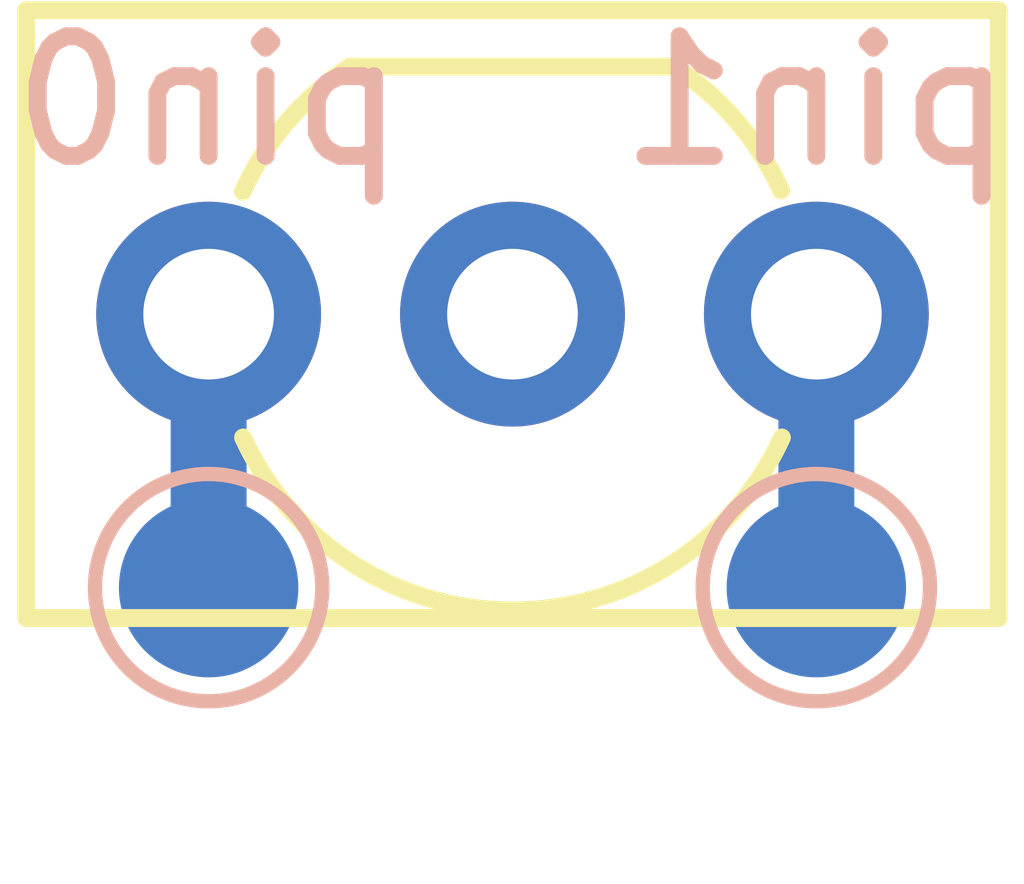
<source format=kicad_pcb>
(kicad_pcb (version 20171130) (host pcbnew "(5.1.9-0-10_14)")

  (general
    (thickness 1.6)
    (drawings 2)
    (tracks 2)
    (zones 0)
    (modules 3)
    (nets 4)
  )

  (page A4)
  (layers
    (0 F.Cu signal)
    (31 B.Cu signal)
    (32 B.Adhes user)
    (33 F.Adhes user)
    (34 B.Paste user)
    (35 F.Paste user)
    (36 B.SilkS user)
    (37 F.SilkS user)
    (38 B.Mask user)
    (39 F.Mask user)
    (40 Dwgs.User user)
    (41 Cmts.User user)
    (42 Eco1.User user)
    (43 Eco2.User user)
    (44 Edge.Cuts user)
    (45 Margin user)
    (46 B.CrtYd user hide)
    (47 F.CrtYd user hide)
    (48 B.Fab user hide)
    (49 F.Fab user hide)
  )

  (setup
    (last_trace_width 0.1524)
    (user_trace_width 0.1524)
    (user_trace_width 0.254)
    (user_trace_width 0.4064)
    (user_trace_width 0.635)
    (trace_clearance 0.1524)
    (zone_clearance 0.508)
    (zone_45_only no)
    (trace_min 0.1524)
    (via_size 0.6858)
    (via_drill 0.3048)
    (via_min_size 0.6858)
    (via_min_drill 0.3048)
    (uvia_size 0.3048)
    (uvia_drill 0.1524)
    (uvias_allowed no)
    (uvia_min_size 0.2)
    (uvia_min_drill 0.1)
    (edge_width 0.15)
    (segment_width 0.15)
    (pcb_text_width 0.3)
    (pcb_text_size 1.5 1.5)
    (mod_edge_width 0.15)
    (mod_text_size 1 1)
    (mod_text_width 0.15)
    (pad_size 1.524 1.524)
    (pad_drill 0.762)
    (pad_to_mask_clearance 0.2)
    (aux_axis_origin 0 0)
    (visible_elements FFFFFF7F)
    (pcbplotparams
      (layerselection 0x010fc_ffffffff)
      (usegerberextensions false)
      (usegerberattributes false)
      (usegerberadvancedattributes false)
      (creategerberjobfile false)
      (excludeedgelayer true)
      (linewidth 0.100000)
      (plotframeref false)
      (viasonmask false)
      (mode 1)
      (useauxorigin false)
      (hpglpennumber 1)
      (hpglpenspeed 20)
      (hpglpendiameter 15.000000)
      (psnegative false)
      (psa4output false)
      (plotreference true)
      (plotvalue true)
      (plotinvisibletext false)
      (padsonsilk false)
      (subtractmaskfromsilk false)
      (outputformat 1)
      (mirror false)
      (drillshape 1)
      (scaleselection 1)
      (outputdirectory ""))
  )

  (net 0 "")
  (net 1 "Net-(O1-Pad1)")
  (net 2 "Net-(O3-Pad1)")
  (net 3 +3V3)

  (net_class Default "This is the default net class."
    (clearance 0.1524)
    (trace_width 0.1524)
    (via_dia 0.6858)
    (via_drill 0.3048)
    (uvia_dia 0.3048)
    (uvia_drill 0.1524)
    (diff_pair_width 0.1524)
    (diff_pair_gap 0.1524)
    (add_net +3V3)
    (add_net "Net-(O1-Pad1)")
    (add_net "Net-(O3-Pad1)")
  )

  (module Switch_Thonk:SW_SPDT_Dailywell (layer F.Cu) (tedit 5FD26190) (tstamp 608ACBB9)
    (at 0 0 270)
    (path /5FD259E4)
    (fp_text reference SW1 (at 0 5.08 90) (layer F.SilkS) hide
      (effects (font (size 1 1) (thickness 0.15)))
    )
    (fp_text value SW_SPDT (at 0 -5.08 90) (layer F.Fab)
      (effects (font (size 1 1) (thickness 0.15)))
    )
    (fp_line (start -2.0701 -1.35128) (end -2.0701 1.35128) (layer F.SilkS) (width 0.15))
    (fp_line (start 2.54 -4.064) (end 2.54 4.064) (layer F.SilkS) (width 0.15))
    (fp_line (start -2.54 -4.064) (end -2.54 4.064) (layer F.SilkS) (width 0.15))
    (fp_line (start -2.54 4.064) (end 2.54 4.064) (layer F.SilkS) (width 0.15))
    (fp_line (start -2.54 -4.064) (end 2.54 -4.064) (layer F.SilkS) (width 0.15))
    (fp_arc (start 0 0) (end 2.4765 0) (angle -65.38985762) (layer F.SilkS) (width 0.15))
    (fp_arc (start 0 0) (end -1.033779 -2.245359) (angle -32.27419574) (layer F.SilkS) (width 0.15))
    (fp_arc (start 0 0) (end 2.4765 0) (angle 65.4) (layer F.SilkS) (width 0.15))
    (fp_arc (start 0 0) (end -2.070099 1.358899) (angle -32.3) (layer F.SilkS) (width 0.15))
    (pad 2 thru_hole circle (at 0 0 270) (size 1.8796 1.8796) (drill 1.0922) (layers *.Cu *.Mask)
      (net 3 +3V3))
    (pad 3 thru_hole circle (at 0 -2.54 270) (size 1.8796 1.8796) (drill 1.0922) (layers *.Cu *.Mask)
      (net 2 "Net-(O3-Pad1)"))
    (pad 1 thru_hole circle (at 0 2.54 270) (size 1.8796 1.8796) (drill 1.0922) (layers *.Cu *.Mask)
      (net 1 "Net-(O1-Pad1)"))
  )

  (module TestPoint:TestPoint_Pad_D1.5mm (layer B.Cu) (tedit 5A0F774F) (tstamp 60B93912)
    (at -2.54 2.286)
    (descr "SMD pad as test Point, diameter 1.5mm")
    (tags "test point SMD pad")
    (path /60B942BC)
    (attr virtual)
    (fp_text reference O1 (at 0 -4.064) (layer B.SilkS) hide
      (effects (font (size 1 1) (thickness 0.15)) (justify mirror))
    )
    (fp_text value TestPoint (at 0 -1.75) (layer B.Fab)
      (effects (font (size 1 1) (thickness 0.15)) (justify mirror))
    )
    (fp_circle (center 0 0) (end 0 -0.95) (layer B.SilkS) (width 0.12))
    (fp_circle (center 0 0) (end 1.25 0) (layer B.CrtYd) (width 0.05))
    (fp_text user %R (at 0 1.65) (layer B.Fab)
      (effects (font (size 1 1) (thickness 0.15)) (justify mirror))
    )
    (pad 1 smd circle (at 0 0) (size 1.5 1.5) (layers B.Cu B.Mask)
      (net 1 "Net-(O1-Pad1)"))
  )

  (module TestPoint:TestPoint_Pad_D1.5mm (layer B.Cu) (tedit 5A0F774F) (tstamp 60B93927)
    (at 2.54 2.286)
    (descr "SMD pad as test Point, diameter 1.5mm")
    (tags "test point SMD pad")
    (path /60B947FF)
    (attr virtual)
    (fp_text reference O3 (at 0 -4.064) (layer B.SilkS) hide
      (effects (font (size 1 1) (thickness 0.15)) (justify mirror))
    )
    (fp_text value TestPoint (at 0 -1.75) (layer B.Fab)
      (effects (font (size 1 1) (thickness 0.15)) (justify mirror))
    )
    (fp_circle (center 0 0) (end 1.25 0) (layer B.CrtYd) (width 0.05))
    (fp_circle (center 0 0) (end 0 -0.95) (layer B.SilkS) (width 0.12))
    (fp_text user %R (at 0 1.65) (layer B.Fab)
      (effects (font (size 1 1) (thickness 0.15)) (justify mirror))
    )
    (pad 1 smd circle (at 0 0) (size 1.5 1.5) (layers B.Cu B.Mask)
      (net 2 "Net-(O3-Pad1)"))
  )

  (gr_text pin1 (at 2.54 -1.778) (layer B.SilkS) (tstamp 60BA5969)
    (effects (font (size 1 1) (thickness 0.15)) (justify mirror))
  )
  (gr_text pin0 (at -2.54 -1.778) (layer B.SilkS)
    (effects (font (size 1 1) (thickness 0.15)) (justify mirror))
  )

  (segment (start -2.54 0) (end -2.54 2.286) (width 0.635) (layer B.Cu) (net 1))
  (segment (start 2.54 0) (end 2.54 2.286) (width 0.635) (layer B.Cu) (net 2))

)

</source>
